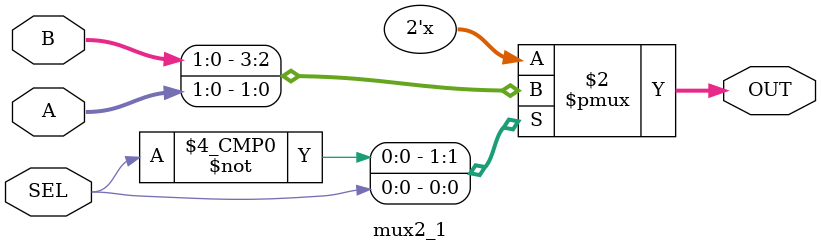
<source format=v>
module mux2_1 
#(parameter DATA_WIDTH = 2)
(
    input    wire                            SEL,
    input    wire    [DATA_WIDTH - 1:0]      A, B,
    output   reg     [DATA_WIDTH - 1:0]      OUT
);

always @(*)
    begin
        case (SEL)
        1'b0 :  OUT = B;
        1'b1 :  OUT = A;
        endcase
    end
endmodule
</source>
